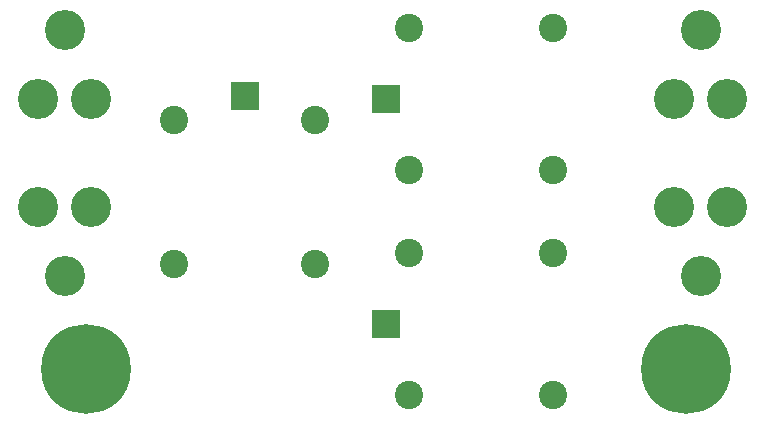
<source format=gbs>
%TF.GenerationSoftware,KiCad,Pcbnew,(5.1.6)-1*%
%TF.CreationDate,2020-12-09T16:37:23-06:00*%
%TF.ProjectId,WiperModule,57697065-724d-46f6-9475-6c652e6b6963,rev?*%
%TF.SameCoordinates,Original*%
%TF.FileFunction,Soldermask,Bot*%
%TF.FilePolarity,Negative*%
%FSLAX46Y46*%
G04 Gerber Fmt 4.6, Leading zero omitted, Abs format (unit mm)*
G04 Created by KiCad (PCBNEW (5.1.6)-1) date 2020-12-09 16:37:23*
%MOMM*%
%LPD*%
G01*
G04 APERTURE LIST*
%ADD10C,2.400000*%
%ADD11R,2.400000X2.400000*%
%ADD12C,3.402000*%
%ADD13C,7.600000*%
G04 APERTURE END LIST*
D10*
X160250000Y-99410000D03*
X160250000Y-111410000D03*
X148050000Y-99410000D03*
X148050000Y-111410000D03*
D11*
X146050000Y-105410000D03*
D10*
X160250000Y-80360000D03*
X160250000Y-92360000D03*
X148050000Y-80360000D03*
X148050000Y-92360000D03*
D11*
X146050000Y-86360000D03*
D10*
X140112000Y-100306000D03*
X128112000Y-100306000D03*
X140112000Y-88106000D03*
X128112000Y-88106000D03*
D11*
X134112000Y-86106000D03*
D12*
X118872000Y-101346000D03*
X118872000Y-80518000D03*
X121094500Y-86372700D03*
X116649500Y-86372700D03*
X116649500Y-95491300D03*
X121094500Y-95491300D03*
X172720000Y-80518000D03*
X172720000Y-101346000D03*
X170497500Y-95491300D03*
X174942500Y-95491300D03*
X174942500Y-86372700D03*
X170497500Y-86372700D03*
D13*
X120650000Y-109220000D03*
X171450000Y-109220000D03*
M02*

</source>
